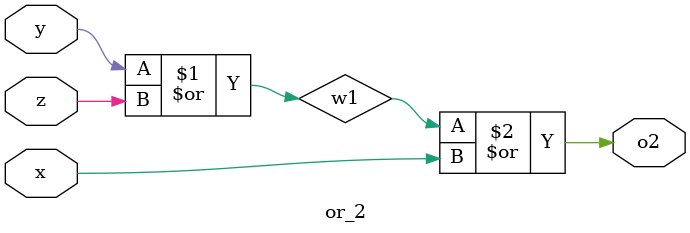
<source format=v>
module or_2(x,y,z,o2);
input x,y,z;
output o2;

wire w1;
assign w1 = y | z;
assign o2 = w1 | x;

endmodule

</source>
